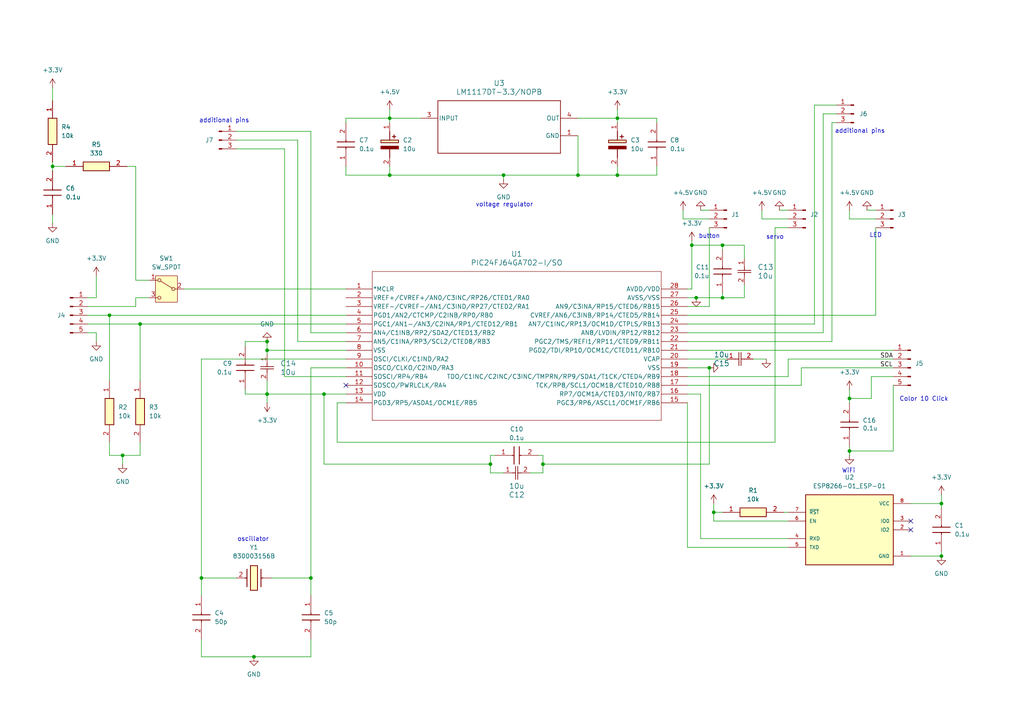
<source format=kicad_sch>
(kicad_sch (version 20231120) (generator "eeschema") (generator_version "8.0")
  (paper "A4")
  (lib_symbols
    (symbol "0.1uF:KAM21BR71H104JT" (pin_names hide)
      (property "Reference" "C" (at 8.89 6.35 0))
      (property "Value" "KAM21BR71H104JT" (at 8.89 3.81 0))
      (symbol "KAM21BR71H104JT_1_1"
        (pin passive line (at 0 0 0) (length 5.08) (name "1") (number "1"))
        (pin passive line (at 12.7 0 180) (length 5.08) (name "2") (number "2"))
      )
    )
    (symbol "10kohm:ERJ-S06F1002V" (pin_names hide)
      (property "Reference" "R" (at 13.97 6.35 0))
      (property "Value" "ERJ-S06F1002V" (at 13.97 3.81 0))
      (symbol "ERJ-S06F1002V_1_1"
        (pin passive line (at 0 0 0) (length 5.08) (name "1") (number "1"))
        (pin passive line (at 17.78 0 180) (length 5.08) (name "2") (number "2"))
      )
    )
    (symbol "10uF:C2012X5R1C106K085AC" (pin_names (offset 0.254))
      (property "Reference" "C" (at 3.81 3.81 0))
      (property "Value" "C2012X5R1C106K085AC" (at 3.81 -3.81 0))
      (symbol "C2012X5R1C106K085AC_1_1"
        (pin unspecified line (at 0 0 0) (length 2.54) (name "") (number "1"))
        (pin unspecified line (at 7.62 0 180) (length 2.54) (name "") (number "2"))
      )
      (symbol "C2012X5R1C106K085AC_1_2"
        (pin unspecified line (at 0 0 270) (length 2.54) (name "") (number "1"))
        (pin unspecified line (at 0 -7.62 90) (length 2.54) (name "") (number "2"))
      )
    )
    (symbol "10uFtantalum:293D106X9010C2TE3" (pin_names hide)
      (property "Reference" "C" (at 8.89 6.35 0))
      (property "Value" "293D106X9010C2TE3" (at 8.89 3.81 0))
      (symbol "293D106X9010C2TE3_1_1"
        (pin passive line (at 0 0 0) (length 2.54) (name "+") (number "1"))
        (pin passive line (at 12.7 0 180) (length 2.54) (name "-") (number "2"))
      )
    )
    (symbol "330ohm:ERJ-P06D3300V" (pin_names hide)
      (property "Reference" "R" (at 13.97 6.35 0))
      (property "Value" "ERJ-P06D3300V" (at 13.97 3.81 0))
      (symbol "ERJ-P06D3300V_1_1"
        (pin passive line (at 0 0 0) (length 5.08) (name "1") (number "1"))
        (pin passive line (at 17.78 0 180) (length 5.08) (name "2") (number "2"))
      )
    )
    (symbol "50pF:08055A500FAT2A" (pin_names hide)
      (property "Reference" "C" (at 8.89 6.35 0))
      (property "Value" "08055A500FAT2A" (at 8.89 3.81 0))
      (symbol "08055A500FAT2A_1_1"
        (pin passive line (at 0 0 0) (length 5.08) (name "1") (number "1"))
        (pin passive line (at 12.7 0 180) (length 5.08) (name "2") (number "2"))
      )
    )
    (symbol "Connector:Conn_01x03_Pin" (pin_names (offset 1.016) hide)
      (property "Reference" "J" (at 0 5.08 0))
      (property "Value" "Conn_01x03_Pin" (at 0 -5.08 0))
      (symbol "Conn_01x03_Pin_1_1"
        (pin passive line (at 5.08 2.54 180) (length 3.81) (name "Pin_1") (number "1"))
        (pin passive line (at 5.08 0 180) (length 3.81) (name "Pin_2") (number "2"))
        (pin passive line (at 5.08 -2.54 180) (length 3.81) (name "Pin_3") (number "3"))
      )
    )
    (symbol "Connector:Conn_01x05_Pin" (pin_names (offset 1.016) hide)
      (property "Reference" "J" (at 0 7.62 0))
      (property "Value" "Conn_01x05_Pin" (at 0 -7.62 0))
      (symbol "Conn_01x05_Pin_1_1"
        (pin passive line (at 5.08 5.08 180) (length 3.81) (name "Pin_1") (number "1"))
        (pin passive line (at 5.08 2.54 180) (length 3.81) (name "Pin_2") (number "2"))
        (pin passive line (at 5.08 0 180) (length 3.81) (name "Pin_3") (number "3"))
        (pin passive line (at 5.08 -2.54 180) (length 3.81) (name "Pin_4") (number "4"))
        (pin passive line (at 5.08 -5.08 180) (length 3.81) (name "Pin_5") (number "5"))
      )
    )
    (symbol "ESP8266-01_ESP-01:ESP8266-01_ESP-01" (pin_names (offset 1.016))
      (property "Reference" "U" (at -12.7094 10.6778 0))
      (property "Value" "ESP8266-01_ESP-01" (at -12.7131 -12.7131 0))
      (symbol "ESP8266-01_ESP-01_0_0"
        (pin power_in line (at 17.78 -7.62 180) (length 5.08) (name "GND") (number "1"))
        (pin bidirectional line (at 17.78 0 180) (length 5.08) (name "IO2") (number "2"))
        (pin bidirectional line (at 17.78 2.54 180) (length 5.08) (name "IO0") (number "3"))
        (pin input line (at -17.78 -2.54 0) (length 5.08) (name "RXD") (number "4"))
        (pin output line (at -17.78 -5.08 0) (length 5.08) (name "TXD") (number "5"))
        (pin input line (at -17.78 2.54 0) (length 5.08) (name "EN") (number "6"))
        (pin input line (at -17.78 5.08 0) (length 5.08) (name "~{RST}") (number "7"))
        (pin power_in line (at 17.78 7.62 180) (length 5.08) (name "VCC") (number "8"))
      )
    )
    (symbol "PIC24FJ64GA702-I-SO:PIC24FJ64GA702-I_SO" (pin_names (offset 0.254))
      (property "Reference" "U" (at 162.814 9.652 0))
      (property "Value" "PIC24FJ64GA702-I/SO" (at 162.814 7.112 0))
      (symbol "PIC24FJ64GA702-I_SO_0_1"
        (pin unspecified line (at 114.3 0 0) (length 7.62) (name "*MCLR") (number "1"))
        (pin bidirectional line (at 114.3 -22.86 0) (length 7.62) (name "OSCO/CLKO/C2IND/RA3") (number "10"))
        (pin bidirectional line (at 114.3 -25.4 0) (length 7.62) (name "SOSCI/RP4/RB4") (number "11"))
        (pin bidirectional line (at 114.3 -27.94 0) (length 7.62) (name "SOSCO/PWRLCLK/RA4") (number "12"))
        (pin power_in line (at 114.3 -30.48 0) (length 7.62) (name "VDD") (number "13"))
        (pin bidirectional line (at 114.3 -33.02 0) (length 7.62) (name "PGD3/RP5/ASDA1/OCM1E/RB5") (number "14"))
        (pin bidirectional line (at 213.36 -33.02 180) (length 7.62) (name "PGC3/RP6/ASCL1/OCM1F/RB6") (number "15"))
        (pin bidirectional line (at 213.36 -30.48 180) (length 7.62) (name "RP7/OCM1A/CTED3/INT0/RB7") (number "16"))
        (pin bidirectional line (at 213.36 -27.94 180) (length 7.62) (name "TCK/RP8/SCL1/OCM1B/CTED10/RB8") (number "17"))
        (pin bidirectional line (at 213.36 -25.4 180) (length 7.62) (name "TDO/C1INC/C2INC/C3INC/TMPRN/RP9/SDA1/T1CK/CTED4/RB9") (number "18"))
        (pin power_out line (at 213.36 -22.86 180) (length 7.62) (name "VSS") (number "19"))
        (pin bidirectional line (at 114.3 -2.54 0) (length 7.62) (name "VREF+/CVREF+/AN0/C3INC/RP26/CTED1/RA0") (number "2"))
        (pin power_out line (at 213.36 -20.32 180) (length 7.62) (name "VCAP") (number "20"))
        (pin bidirectional line (at 213.36 -17.78 180) (length 7.62) (name "PGD2/TDI/RP10/OCM1C/CTED11/RB10") (number "21"))
        (pin bidirectional line (at 213.36 -15.24 180) (length 7.62) (name "PGC2/TMS/REFI1/RP11/CTED9/RB11") (number "22"))
        (pin bidirectional line (at 213.36 -12.7 180) (length 7.62) (name "AN8/LVDIN/RP12/RB12") (number "23"))
        (pin bidirectional line (at 213.36 -10.16 180) (length 7.62) (name "AN7/C1INC/RP13/OCM1D/CTPLS/RB13") (number "24"))
        (pin bidirectional line (at 213.36 -7.62 180) (length 7.62) (name "CVREF/AN6/C3INB/RP14/CTED5/RB14") (number "25"))
        (pin bidirectional line (at 213.36 -5.08 180) (length 7.62) (name "AN9/C3INA/RP15/CTED6/RB15") (number "26"))
        (pin power_out line (at 213.36 -2.54 180) (length 7.62) (name "AVSS/VSS") (number "27"))
        (pin power_in line (at 213.36 0 180) (length 7.62) (name "AVDD/VDD") (number "28"))
        (pin bidirectional line (at 114.3 -5.08 0) (length 7.62) (name "VREF-/CVREF-/AN1/C3IND/RP27/CTED2/RA1") (number "3"))
        (pin bidirectional line (at 114.3 -7.62 0) (length 7.62) (name "PGD1/AN2/CTCMP/C2INB/RP0/RB0") (number "4"))
        (pin bidirectional line (at 114.3 -10.16 0) (length 7.62) (name "PGC1/AN1-/AN3/C2INA/RP1/CTED12/RB1") (number "5"))
        (pin bidirectional line (at 114.3 -12.7 0) (length 7.62) (name "AN4/C1INB/RP2/SDA2/CTED13/RB2") (number "6"))
        (pin bidirectional line (at 114.3 -15.24 0) (length 7.62) (name "AN5/C1INA/RP3/SCL2/CTED8/RB3") (number "7"))
        (pin power_out line (at 114.3 -17.78 0) (length 7.62) (name "VSS") (number "8"))
        (pin bidirectional line (at 114.3 -20.32 0) (length 7.62) (name "OSCI/CLKI/C1IND/RA2") (number "9"))
      )
    )
    (symbol "Switch:SW_SPDT" (pin_names (offset 0) hide)
      (property "Reference" "SW" (at 0 5.08 0))
      (property "Value" "SW_SPDT" (at 0 -5.08 0))
      (symbol "SW_SPDT_1_1"
        (pin passive line (at 5.08 2.54 180) (length 2.54) (name "A") (number "1"))
        (pin passive line (at -5.08 0 0) (length 2.54) (name "B") (number "2"))
        (pin passive line (at 5.08 -2.54 180) (length 2.54) (name "C") (number "3"))
      )
    )
    (symbol "crystaloscillator:830003156B" (pin_names hide)
      (property "Reference" "Y" (at 8.89 6.35 0))
      (property "Value" "830003156B" (at 8.89 3.81 0))
      (symbol "830003156B_1_1"
        (pin passive line (at 10.16 0 180) (length 2.54) (name "") (number ""))
        (pin passive line (at 0 0 0) (length 2.54) (name "CRYSTAL_2") (number "2"))
      )
    )
    (symbol "power:GND" (power) (pin_numbers hide) (pin_names (offset 0) hide)
      (property "Value" "GND" (at 0 -3.81 0))
      (symbol "GND_1_1"
        (pin power_in line (at 0 0 270) (length 0) (name "~") (number "1"))
      )
    )
    (symbol "power:VDD" (power) (pin_numbers hide) (pin_names (offset 0) hide)
      (property "Value" "VDD" (at 0 3.556 0))
      (symbol "VDD_1_1"
        (pin power_in line (at 0 0 90) (length 0) (name "~") (number "1"))
      )
    )
    (symbol "voltageregulator:LM1117DT-3.3_NOPB" (pin_names (offset 0.254))
      (property "Reference" "U" (at 0 2.54 0))
      (property "Value" "LM1117DT-3.3/NOPB" (at 0 0 0))
      (symbol "LM1117DT-3.3_NOPB_0_1"
        (pin power_in line (at 22.86 -2.54 180) (length 5.08) (name "GND") (number "1"))
        (pin power_in line (at -22.86 2.54 0) (length 5.08) (name "INPUT") (number "3"))
        (pin power_in line (at 22.86 2.54 180) (length 5.08) (name "OUT") (number "4"))
      )
    )
  )
  (junction (at 58.42 167.64))
  (junction (at 209.55 86.36))
  (junction (at 77.47 99.06))
  (junction (at 179.07 34.29))
  (junction (at 200.66 71.12))
  (junction (at 207.01 148.59))
  (junction (at 31.75 91.44))
  (junction (at 15.24 48.26))
  (junction (at 157.48 134.62))
  (junction (at 167.64 50.8))
  (junction (at 201.93 86.36))
  (junction (at 93.98 114.3))
  (junction (at 113.03 50.8))
  (junction (at 77.47 101.6))
  (junction (at 273.05 161.29))
  (junction (at 246.38 130.81))
  (junction (at 146.05 50.8))
  (junction (at 273.05 146.05))
  (junction (at 90.17 167.64))
  (junction (at 40.64 93.98))
  (junction (at 205.74 106.68))
  (junction (at 77.47 114.3))
  (junction (at 179.07 50.8))
  (junction (at 35.56 132.08))
  (junction (at 209.55 71.12))
  (junction (at 246.38 115.57))
  (junction (at 113.03 34.29))
  (junction (at 73.66 190.5))
  (junction (at 142.24 134.62))
  (no_connect (at 100.33 111.76))
  (no_connect (at 264.16 151.13))
  (no_connect (at 264.16 153.67))
  (wire (pts (xy 199.39 99.06) (xy 241.3 99.06)))
  (wire (pts (xy 232.41 111.76) (xy 232.41 106.68)))
  (wire (pts (xy 39.37 48.26) (xy 39.37 81.28)))
  (wire (pts (xy 25.4 96.52) (xy 27.94 96.52)))
  (wire (pts (xy 113.03 35.56) (xy 113.03 34.29)))
  (wire (pts (xy 167.64 39.37) (xy 167.64 50.8)))
  (wire (pts (xy 100.33 96.52) (xy 90.17 96.52)))
  (wire (pts (xy 157.48 134.62) (xy 157.48 132.08)))
  (wire (pts (xy 215.9 71.12) (xy 215.9 74.93)))
  (wire (pts (xy 251.46 60.96) (xy 254 60.96)))
  (wire (pts (xy 100.33 104.14) (xy 58.42 104.14)))
  (wire (pts (xy 77.47 116.84) (xy 77.47 114.3)))
  (wire (pts (xy 58.42 167.64) (xy 58.42 172.72)))
  (wire (pts (xy 259.08 130.81) (xy 246.38 130.81)))
  (wire (pts (xy 100.33 50.8) (xy 113.03 50.8)))
  (wire (pts (xy 205.74 88.9) (xy 205.74 66.04)))
  (wire (pts (xy 246.38 63.5) (xy 254 63.5)))
  (wire (pts (xy 71.12 99.06) (xy 77.47 99.06)))
  (wire (pts (xy 19.05 48.26) (xy 15.24 48.26)))
  (wire (pts (xy 209.55 86.36) (xy 201.93 86.36)))
  (wire (pts (xy 100.33 48.26) (xy 100.33 50.8)))
  (wire (pts (xy 199.39 158.75) (xy 228.6 158.75)))
  (wire (pts (xy 259.08 109.22) (xy 252.73 109.22)))
  (wire (pts (xy 228.6 109.22) (xy 228.6 104.14)))
  (wire (pts (xy 246.38 60.96) (xy 246.38 63.5)))
  (wire (pts (xy 142.24 134.62) (xy 142.24 137.16)))
  (wire (pts (xy 53.34 83.82) (xy 100.33 83.82)))
  (wire (pts (xy 252.73 109.22) (xy 252.73 115.57)))
  (wire (pts (xy 207.01 148.59) (xy 209.55 148.59)))
  (wire (pts (xy 25.4 93.98) (xy 40.64 93.98)))
  (wire (pts (xy 209.55 71.12) (xy 215.9 71.12)))
  (wire (pts (xy 198.12 63.5) (xy 205.74 63.5)))
  (wire (pts (xy 167.64 34.29) (xy 179.07 34.29)))
  (wire (pts (xy 199.39 111.76) (xy 232.41 111.76)))
  (wire (pts (xy 200.66 69.85) (xy 200.66 71.12)))
  (wire (pts (xy 93.98 114.3) (xy 77.47 114.3)))
  (wire (pts (xy 90.17 96.52) (xy 90.17 38.1)))
  (wire (pts (xy 100.33 114.3) (xy 93.98 114.3)))
  (wire (pts (xy 143.51 132.08) (xy 142.24 132.08)))
  (wire (pts (xy 90.17 106.68) (xy 90.17 167.64)))
  (wire (pts (xy 100.33 35.56) (xy 100.33 34.29)))
  (wire (pts (xy 203.2 60.96) (xy 205.74 60.96)))
  (wire (pts (xy 209.55 85.09) (xy 209.55 86.36)))
  (wire (pts (xy 199.39 106.68) (xy 205.74 106.68)))
  (wire (pts (xy 224.79 128.27) (xy 224.79 66.04)))
  (wire (pts (xy 71.12 113.03) (xy 71.12 114.3)))
  (wire (pts (xy 90.17 167.64) (xy 90.17 172.72)))
  (wire (pts (xy 77.47 101.6) (xy 77.47 102.87)))
  (wire (pts (xy 259.08 111.76) (xy 259.08 130.81)))
  (wire (pts (xy 209.55 71.12) (xy 209.55 72.39)))
  (wire (pts (xy 142.24 137.16) (xy 146.05 137.16)))
  (wire (pts (xy 15.24 46.99) (xy 15.24 48.26)))
  (wire (pts (xy 97.79 116.84) (xy 97.79 128.27)))
  (wire (pts (xy 58.42 104.14) (xy 58.42 167.64)))
  (wire (pts (xy 199.39 101.6) (xy 259.08 101.6)))
  (wire (pts (xy 220.98 63.5) (xy 228.6 63.5)))
  (wire (pts (xy 157.48 137.16) (xy 157.48 134.62)))
  (wire (pts (xy 246.38 129.54) (xy 246.38 130.81)))
  (wire (pts (xy 200.66 71.12) (xy 200.66 83.82)))
  (wire (pts (xy 220.98 60.96) (xy 220.98 63.5)))
  (wire (pts (xy 27.94 96.52) (xy 27.94 99.06)))
  (wire (pts (xy 199.39 88.9) (xy 205.74 88.9)))
  (wire (pts (xy 209.55 86.36) (xy 215.9 86.36)))
  (wire (pts (xy 39.37 86.36) (xy 43.18 86.36)))
  (wire (pts (xy 264.16 161.29) (xy 273.05 161.29)))
  (wire (pts (xy 200.66 71.12) (xy 209.55 71.12)))
  (wire (pts (xy 71.12 100.33) (xy 71.12 99.06)))
  (wire (pts (xy 198.12 60.96) (xy 198.12 63.5)))
  (wire (pts (xy 36.83 48.26) (xy 39.37 48.26)))
  (wire (pts (xy 146.05 50.8) (xy 146.05 52.07)))
  (wire (pts (xy 113.03 50.8) (xy 146.05 50.8)))
  (wire (pts (xy 40.64 93.98) (xy 100.33 93.98)))
  (wire (pts (xy 226.06 60.96) (xy 228.6 60.96)))
  (wire (pts (xy 215.9 86.36) (xy 215.9 82.55)))
  (wire (pts (xy 58.42 185.42) (xy 58.42 190.5)))
  (wire (pts (xy 25.4 86.36) (xy 27.94 86.36)))
  (wire (pts (xy 199.39 93.98) (xy 236.22 93.98)))
  (wire (pts (xy 246.38 130.81) (xy 246.38 132.08)))
  (wire (pts (xy 82.55 109.22) (xy 82.55 43.18)))
  (wire (pts (xy 77.47 110.49) (xy 77.47 114.3)))
  (wire (pts (xy 40.64 132.08) (xy 40.64 128.27)))
  (wire (pts (xy 179.07 34.29) (xy 190.5 34.29)))
  (wire (pts (xy 82.55 43.18) (xy 68.58 43.18)))
  (wire (pts (xy 35.56 132.08) (xy 40.64 132.08)))
  (wire (pts (xy 25.4 91.44) (xy 31.75 91.44)))
  (wire (pts (xy 207.01 146.05) (xy 207.01 148.59)))
  (wire (pts (xy 90.17 106.68) (xy 100.33 106.68)))
  (wire (pts (xy 273.05 161.29) (xy 273.05 160.02)))
  (wire (pts (xy 86.36 40.64) (xy 68.58 40.64)))
  (wire (pts (xy 227.33 148.59) (xy 228.6 148.59)))
  (wire (pts (xy 167.64 50.8) (xy 179.07 50.8)))
  (wire (pts (xy 199.39 109.22) (xy 228.6 109.22)))
  (wire (pts (xy 90.17 190.5) (xy 90.17 185.42)))
  (wire (pts (xy 179.07 34.29) (xy 179.07 35.56)))
  (wire (pts (xy 40.64 93.98) (xy 40.64 110.49)))
  (wire (pts (xy 15.24 25.4) (xy 15.24 29.21)))
  (wire (pts (xy 241.3 99.06) (xy 241.3 35.56)))
  (wire (pts (xy 100.33 34.29) (xy 113.03 34.29)))
  (wire (pts (xy 113.03 34.29) (xy 121.92 34.29)))
  (wire (pts (xy 252.73 115.57) (xy 246.38 115.57)))
  (wire (pts (xy 236.22 93.98) (xy 236.22 30.48)))
  (wire (pts (xy 113.03 48.26) (xy 113.03 50.8)))
  (wire (pts (xy 254 91.44) (xy 254 66.04)))
  (wire (pts (xy 35.56 132.08) (xy 35.56 134.62)))
  (wire (pts (xy 58.42 167.64) (xy 68.58 167.64)))
  (wire (pts (xy 238.76 33.02) (xy 242.57 33.02)))
  (wire (pts (xy 273.05 146.05) (xy 273.05 147.32)))
  (wire (pts (xy 31.75 132.08) (xy 35.56 132.08)))
  (wire (pts (xy 15.24 62.23) (xy 15.24 64.77)))
  (wire (pts (xy 86.36 99.06) (xy 86.36 40.64)))
  (wire (pts (xy 58.42 190.5) (xy 73.66 190.5)))
  (wire (pts (xy 179.07 50.8) (xy 179.07 48.26)))
  (wire (pts (xy 146.05 50.8) (xy 167.64 50.8)))
  (wire (pts (xy 232.41 106.68) (xy 259.08 106.68)))
  (wire (pts (xy 224.79 66.04) (xy 228.6 66.04)))
  (wire (pts (xy 25.4 88.9) (xy 39.37 88.9)))
  (wire (pts (xy 199.39 91.44) (xy 254 91.44)))
  (wire (pts (xy 73.66 190.5) (xy 90.17 190.5)))
  (wire (pts (xy 199.39 116.84) (xy 199.39 158.75)))
  (wire (pts (xy 190.5 48.26) (xy 190.5 50.8)))
  (wire (pts (xy 205.74 134.62) (xy 157.48 134.62)))
  (wire (pts (xy 241.3 35.56) (xy 242.57 35.56)))
  (wire (pts (xy 97.79 128.27) (xy 224.79 128.27)))
  (wire (pts (xy 31.75 91.44) (xy 31.75 110.49)))
  (wire (pts (xy 246.38 113.03) (xy 246.38 115.57)))
  (wire (pts (xy 39.37 81.28) (xy 43.18 81.28)))
  (wire (pts (xy 15.24 48.26) (xy 15.24 49.53)))
  (wire (pts (xy 77.47 114.3) (xy 71.12 114.3)))
  (wire (pts (xy 77.47 101.6) (xy 100.33 101.6)))
  (wire (pts (xy 27.94 80.01) (xy 27.94 86.36)))
  (wire (pts (xy 199.39 86.36) (xy 201.93 86.36)))
  (wire (pts (xy 179.07 31.75) (xy 179.07 34.29)))
  (wire (pts (xy 203.2 114.3) (xy 203.2 156.21)))
  (wire (pts (xy 93.98 134.62) (xy 142.24 134.62)))
  (wire (pts (xy 246.38 115.57) (xy 246.38 116.84)))
  (wire (pts (xy 190.5 35.56) (xy 190.5 34.29)))
  (wire (pts (xy 100.33 116.84) (xy 97.79 116.84)))
  (wire (pts (xy 113.03 31.75) (xy 113.03 34.29)))
  (wire (pts (xy 31.75 128.27) (xy 31.75 132.08)))
  (wire (pts (xy 203.2 156.21) (xy 228.6 156.21)))
  (wire (pts (xy 273.05 143.51) (xy 273.05 146.05)))
  (wire (pts (xy 236.22 30.48) (xy 242.57 30.48)))
  (wire (pts (xy 100.33 99.06) (xy 86.36 99.06)))
  (wire (pts (xy 218.44 104.14) (xy 222.25 104.14)))
  (wire (pts (xy 205.74 106.68) (xy 205.74 134.62)))
  (wire (pts (xy 100.33 109.22) (xy 82.55 109.22)))
  (wire (pts (xy 228.6 104.14) (xy 259.08 104.14)))
  (wire (pts (xy 78.74 167.64) (xy 90.17 167.64)))
  (wire (pts (xy 228.6 151.13) (xy 207.01 151.13)))
  (wire (pts (xy 77.47 99.06) (xy 77.47 101.6)))
  (wire (pts (xy 93.98 114.3) (xy 93.98 134.62)))
  (wire (pts (xy 200.66 83.82) (xy 199.39 83.82)))
  (wire (pts (xy 153.67 137.16) (xy 157.48 137.16)))
  (wire (pts (xy 264.16 146.05) (xy 273.05 146.05)))
  (wire (pts (xy 157.48 132.08) (xy 156.21 132.08)))
  (wire (pts (xy 199.39 114.3) (xy 203.2 114.3)))
  (wire (pts (xy 31.75 91.44) (xy 100.33 91.44)))
  (wire (pts (xy 238.76 96.52) (xy 238.76 33.02)))
  (wire (pts (xy 39.37 88.9) (xy 39.37 86.36)))
  (wire (pts (xy 199.39 96.52) (xy 238.76 96.52)))
  (wire (pts (xy 199.39 104.14) (xy 210.82 104.14)))
  (wire (pts (xy 90.17 38.1) (xy 68.58 38.1)))
  (wire (pts (xy 142.24 132.08) (xy 142.24 134.62)))
  (wire (pts (xy 207.01 151.13) (xy 207.01 148.59)))
  (wire (pts (xy 190.5 50.8) (xy 179.07 50.8)))
  (text "additional pins" (at 249.428 38.1 0) (effects (font (size 1.27 1.27))))
  (text "LED" (at 254 68.326 0) (effects (font (size 1.27 1.27))))
  (text "oscillator" (at 73.406 156.464 0) (effects (font (size 1.27 1.27))))
  (text "servo" (at 224.79 68.834 0) (effects (font (size 1.27 1.27))))
  (text "WiFi" (at 246.126 136.652 0) (effects (font (size 1.27 1.27))))
  (text "voltage regulator" (at 146.304 59.436 0) (effects (font (size 1.27 1.27))))
  (text "button" (at 205.74 68.58 0) (effects (font (size 1.27 1.27))))
  (text "additional pins" (at 65.024 35.052 0) (effects (font (size 1.27 1.27))))
  (text "Color 10 Click" (at 267.97 115.824 0) (effects (font (size 1.27 1.27))))
  (label "SDA" (at 255.27 104.14 0))
  (label "SCL" (at 255.27 106.68 0))
  (symbol (lib_id "0.1uF:KAM21BR71H104JT") (at 246.38 129.54 270) (mirror x) (unit 1)
    (property "Reference" "C16" (at 250.19 121.9199 90) (effects (justify left)))
    (property "Value" "0.1u" (at 250.19 124.206 90) (effects (justify left)))
    (property "Footprint" "CAPC2012X94N" (effects (hide yes)))
    (property "Datasheet" "https://spicat.kyocera-avx.com/product/mlcc/chartview/KAM21BR71H104JT/DataSheet/X7R" (effects (hide yes)))
    (property "Description" "Multilayer Ceramic Capacitors MLCC - SMD/SMT 50V .1uF X7R 0805 5% AEC-Q200" (effects (hide yes)))
    (property "Height" "0.94" (effects (hide yes)))
    (property "Manufacturer_Name" "Kyocera AVX" (effects (hide yes)))
    (property "Manufacturer_Part_Number" "KAM21BR71H104JT" (effects (hide yes)))
    (property "Mouser Part Number" "581-KAM21BR71H104JT" (effects (hide yes)))
    (property "Mouser Price/Stock" "https://www.mouser.co.uk/ProductDetail/KYOCERA-AVX/KAM21BR71H104JT?qs=Jm2GQyTW%2Fbic6Zk4McEt6w%3D%3D" (effects (hide yes)))
    (property "Arrow Part Number" "KAM21BR71H104JT" (effects (hide yes)))
    (property "Arrow Price/Stock" "https://www.arrow.com/en/products/kam21br71h104jt/avx?region=nac" (effects (hide yes)))
  )
  (symbol (lib_id "power:GND") (at 251.46 60.96 180) (unit 1)
    (property "Reference" "#PWR03" (effects (hide yes)))
    (property "Value" "GND" (at 251.46 55.88 0))
    (property "Description" "Power symbol creates a global label with name \"GND\" , ground" (effects (hide yes)))
  )
  (symbol (lib_id "power:VDD") (at 27.94 80.01 0) (unit 1)
    (property "Reference" "#PWR014" (effects (hide yes)))
    (property "Value" "+3.3V" (at 27.94 74.93 0))
    (property "Description" "Power symbol creates a global label with name \"VDD\"" (effects (hide yes)))
  )
  (symbol (lib_id "0.1uF:KAM21BR71H104JT") (at 273.05 160.02 270) (mirror x) (unit 1)
    (property "Reference" "C1" (at 276.86 152.3999 90) (effects (justify left)))
    (property "Value" "0.1u" (at 276.86 154.9399 90) (effects (justify left)))
    (property "Footprint" "CAPC2012X94N" (effects (hide yes)))
    (property "Datasheet" "https://spicat.kyocera-avx.com/product/mlcc/chartview/KAM21BR71H104JT/DataSheet/X7R" (effects (hide yes)))
    (property "Description" "Multilayer Ceramic Capacitors MLCC - SMD/SMT 50V .1uF X7R 0805 5% AEC-Q200" (effects (hide yes)))
    (property "Height" "0.94" (effects (hide yes)))
    (property "Manufacturer_Name" "Kyocera AVX" (effects (hide yes)))
    (property "Manufacturer_Part_Number" "KAM21BR71H104JT" (effects (hide yes)))
    (property "Mouser Part Number" "581-KAM21BR71H104JT" (effects (hide yes)))
    (property "Mouser Price/Stock" "https://www.mouser.co.uk/ProductDetail/KYOCERA-AVX/KAM21BR71H104JT?qs=Jm2GQyTW%2Fbic6Zk4McEt6w%3D%3D" (effects (hide yes)))
    (property "Arrow Part Number" "KAM21BR71H104JT" (effects (hide yes)))
    (property "Arrow Price/Stock" "https://www.arrow.com/en/products/kam21br71h104jt/avx?region=nac" (effects (hide yes)))
  )
  (symbol (lib_id "crystaloscillator:830003156B") (at 68.58 167.64 0) (unit 1)
    (property "Reference" "Y1" (at 73.66 158.75 0))
    (property "Value" "830003156B" (at 73.66 161.29 0))
    (property "Footprint" "830003156B" (effects (hide yes)))
    (property "Datasheet" "https://www.we-online.com/catalog/datasheet/830003156B.pdf" (effects (hide yes)))
    (property "Description" "Crystals WE-XTAL 8.0MHz 50ppm 11.05 x 4.7mm" (effects (hide yes)))
    (property "Height" "4.1" (effects (hide yes)))
    (property "Manufacturer_Name" "Wurth Elektronik" (effects (hide yes)))
    (property "Manufacturer_Part_Number" "830003156B" (effects (hide yes)))
    (property "Mouser Part Number" "710-830003156B" (effects (hide yes)))
    (property "Mouser Price/Stock" "https://www.mouser.co.uk/ProductDetail/Wurth-Elektronik/830003156B?qs=2WXlatMagcHnVMrUSWOG9g%3D%3D" (effects (hide yes)))
  )
  (symbol (lib_id "10kohm:ERJ-S06F1002V") (at 40.64 110.49 270) (unit 1)
    (property "Reference" "R3" (at 43.18 118.1099 90) (effects (justify left)))
    (property "Value" "10k" (at 43.18 120.6499 90) (effects (justify left)))
    (property "Footprint" "RESC2012X70N" (effects (hide yes)))
    (property "Datasheet" "https://industrial.panasonic.com/cdbs/www-data/pdf/RDP0000/AOA0000C334.pdf" (effects (hide yes)))
    (property "Description" "Anti-Sulfurated Thick Film Chip Resistor, 0805, 0.125W" (effects (hide yes)))
    (property "Height" "0.7" (effects (hide yes)))
    (property "Manufacturer_Name" "Panasonic" (effects (hide yes)))
    (property "Manufacturer_Part_Number" "ERJ-S06F1002V" (effects (hide yes)))
    (property "Mouser Part Number" "667-ERJ-S06F1002V" (effects (hide yes)))
    (property "Mouser Price/Stock" "https://www.mouser.co.uk/ProductDetail/Panasonic/ERJ-S06F1002V?qs=Zyl8A9hlmJrx42%2FYnJb0WQ%3D%3D" (effects (hide yes)))
  )
  (symbol (lib_id "power:GND") (at 77.47 99.06 0) (mirror x) (unit 1)
    (property "Reference" "#PWR018" (effects (hide yes)))
    (property "Value" "GND" (at 77.47 93.98 0))
    (property "Description" "Power symbol creates a global label with name \"GND\" , ground" (effects (hide yes)))
  )
  (symbol (lib_id "power:GND") (at 35.56 134.62 0) (unit 1)
    (property "Reference" "#PWR015" (effects (hide yes)))
    (property "Value" "GND" (at 35.56 139.7 0))
    (property "Description" "Power symbol creates a global label with name \"GND\" , ground" (effects (hide yes)))
  )
  (symbol (lib_id "10uF:C2012X5R1C106K085AC") (at 77.47 102.87 270) (unit 1)
    (property "Reference" "C14" (at 81.28 105.4099 90) (effects (font (size 1.524 1.524)) (justify left)))
    (property "Value" "10u" (at 81.28 107.9499 90) (effects (font (size 1.524 1.524)) (justify left)))
    (property "Footprint" "CAP_2012_TDK" (effects (hide yes)))
    (property "Datasheet" "C2012X5R1C106K085AC" (effects (hide yes)))
  )
  (symbol (lib_id "10kohm:ERJ-S06F1002V") (at 209.55 148.59 0) (unit 1)
    (property "Reference" "R1" (at 218.44 142.24 0))
    (property "Value" "10k" (at 218.44 144.78 0))
    (property "Footprint" "RESC2012X70N" (effects (hide yes)))
    (property "Datasheet" "https://industrial.panasonic.com/cdbs/www-data/pdf/RDP0000/AOA0000C334.pdf" (effects (hide yes)))
    (property "Description" "Anti-Sulfurated Thick Film Chip Resistor, 0805, 0.125W" (effects (hide yes)))
    (property "Height" "0.7" (effects (hide yes)))
    (property "Manufacturer_Name" "Panasonic" (effects (hide yes)))
    (property "Manufacturer_Part_Number" "ERJ-S06F1002V" (effects (hide yes)))
    (property "Mouser Part Number" "667-ERJ-S06F1002V" (effects (hide yes)))
    (property "Mouser Price/Stock" "https://www.mouser.co.uk/ProductDetail/Panasonic/ERJ-S06F1002V?qs=Zyl8A9hlmJrx42%2FYnJb0WQ%3D%3D" (effects (hide yes)))
  )
  (symbol (lib_id "50pF:08055A500FAT2A") (at 90.17 172.72 270) (unit 1)
    (property "Reference" "C5" (at 93.98 177.7999 90) (effects (justify left)))
    (property "Value" "50p" (at 93.98 180.3399 90) (effects (justify left)))
    (property "Footprint" "CAPC2012X140N" (effects (hide yes)))
    (property "Datasheet" "https://datasheets.kyocera-avx.com/C0GNP0-Dielectric.pdf" (effects (hide yes)))
    (property "Description" "50 pF +/-1% 50V Ceramic Capacitor C0G, NP0 0805 (2012 Metric)" (effects (hide yes)))
    (property "Height" "1.4" (effects (hide yes)))
    (property "Manufacturer_Name" "Kyocera AVX" (effects (hide yes)))
    (property "Manufacturer_Part_Number" "08055A500FAT2A" (effects (hide yes)))
    (property "Mouser Part Number" "581-08055A500FAT2A" (effects (hide yes)))
    (property "Mouser Price/Stock" "https://www.mouser.co.uk/ProductDetail/KYOCERA-AVX/08055A500FAT2A?qs=ykEKLGTiBczMLr9%2FFQxHGw%3D%3D" (effects (hide yes)))
    (property "Arrow Part Number" "08055A500FAT2A" (effects (hide yes)))
    (property "Arrow Price/Stock" "null?region=nac" (effects (hide yes)))
  )
  (symbol (lib_id "0.1uF:KAM21BR71H104JT") (at 190.5 48.26 270) (mirror x) (unit 1)
    (property "Reference" "C8" (at 194.31 40.6399 90) (effects (justify left)))
    (property "Value" "0.1u" (at 194.31 43.1799 90) (effects (justify left)))
    (property "Footprint" "CAPC2012X94N" (effects (hide yes)))
    (property "Datasheet" "https://spicat.kyocera-avx.com/product/mlcc/chartview/KAM21BR71H104JT/DataSheet/X7R" (effects (hide yes)))
    (property "Description" "Multilayer Ceramic Capacitors MLCC - SMD/SMT 50V .1uF X7R 0805 5% AEC-Q200" (effects (hide yes)))
    (property "Height" "0.94" (effects (hide yes)))
    (property "Manufacturer_Name" "Kyocera AVX" (effects (hide yes)))
    (property "Manufacturer_Part_Number" "KAM21BR71H104JT" (effects (hide yes)))
    (property "Mouser Part Number" "581-KAM21BR71H104JT" (effects (hide yes)))
    (property "Mouser Price/Stock" "https://www.mouser.co.uk/ProductDetail/KYOCERA-AVX/KAM21BR71H104JT?qs=Jm2GQyTW%2Fbic6Zk4McEt6w%3D%3D" (effects (hide yes)))
    (property "Arrow Part Number" "KAM21BR71H104JT" (effects (hide yes)))
    (property "Arrow Price/Stock" "https://www.arrow.com/en/products/kam21br71h104jt/avx?region=nac" (effects (hide yes)))
  )
  (symbol (lib_id "0.1uF:KAM21BR71H104JT") (at 100.33 48.26 270) (mirror x) (unit 1)
    (property "Reference" "C7" (at 104.14 40.6399 90) (effects (justify left)))
    (property "Value" "0.1u" (at 104.14 43.1799 90) (effects (justify left)))
    (property "Footprint" "CAPC2012X94N" (effects (hide yes)))
    (property "Datasheet" "https://spicat.kyocera-avx.com/product/mlcc/chartview/KAM21BR71H104JT/DataSheet/X7R" (effects (hide yes)))
    (property "Description" "Multilayer Ceramic Capacitors MLCC - SMD/SMT 50V .1uF X7R 0805 5% AEC-Q200" (effects (hide yes)))
    (property "Height" "0.94" (effects (hide yes)))
    (property "Manufacturer_Name" "Kyocera AVX" (effects (hide yes)))
    (property "Manufacturer_Part_Number" "KAM21BR71H104JT" (effects (hide yes)))
    (property "Mouser Part Number" "581-KAM21BR71H104JT" (effects (hide yes)))
    (property "Mouser Price/Stock" "https://www.mouser.co.uk/ProductDetail/KYOCERA-AVX/KAM21BR71H104JT?qs=Jm2GQyTW%2Fbic6Zk4McEt6w%3D%3D" (effects (hide yes)))
    (property "Arrow Part Number" "KAM21BR71H104JT" (effects (hide yes)))
    (property "Arrow Price/Stock" "https://www.arrow.com/en/products/kam21br71h104jt/avx?region=nac" (effects (hide yes)))
  )
  (symbol (lib_id "power:VDD") (at 246.38 60.96 0) (unit 1)
    (property "Reference" "#PWR07" (effects (hide yes)))
    (property "Value" "+4.5V" (at 246.38 55.88 0))
    (property "Description" "Power symbol creates a global label with name \"VDD\"" (effects (hide yes)))
  )
  (symbol (lib_id "10kohm:ERJ-S06F1002V") (at 31.75 110.49 270) (unit 1)
    (property "Reference" "R2" (at 34.29 118.1099 90) (effects (justify left)))
    (property "Value" "10k" (at 34.29 120.6499 90) (effects (justify left)))
    (property "Footprint" "RESC2012X70N" (effects (hide yes)))
    (property "Datasheet" "https://industrial.panasonic.com/cdbs/www-data/pdf/RDP0000/AOA0000C334.pdf" (effects (hide yes)))
    (property "Description" "Anti-Sulfurated Thick Film Chip Resistor, 0805, 0.125W" (effects (hide yes)))
    (property "Height" "0.7" (effects (hide yes)))
    (property "Manufacturer_Name" "Panasonic" (effects (hide yes)))
    (property "Manufacturer_Part_Number" "ERJ-S06F1002V" (effects (hide yes)))
    (property "Mouser Part Number" "667-ERJ-S06F1002V" (effects (hide yes)))
    (property "Mouser Price/Stock" "https://www.mouser.co.uk/ProductDetail/Panasonic/ERJ-S06F1002V?qs=Zyl8A9hlmJrx42%2FYnJb0WQ%3D%3D" (effects (hide yes)))
  )
  (symbol (lib_id "Connector:Conn_01x03_Pin") (at 233.68 63.5 0) (mirror y) (unit 1)
    (property "Reference" "J2" (at 234.95 62.2299 0) (effects (justify right)))
    (property "Value" "Conn_01x03_Pin" (effects (hide yes)))
    (property "Footprint" "Connector_PinHeader_2.54mm:PinHeader_1x03_P2.54mm_Vertical" (effects (hide yes)))
    (property "Description" "Generic connector, single row, 01x03, script generated" (effects (hide yes)))
  )
  (symbol (lib_id "0.1uF:KAM21BR71H104JT") (at 209.55 85.09 90) (unit 1)
    (property "Reference" "C11" (at 205.74 77.4699 90) (effects (justify left)))
    (property "Value" "0.1u" (at 205.74 80.0099 90) (effects (justify left)))
    (property "Footprint" "CAPC2012X94N" (effects (hide yes)))
    (property "Datasheet" "https://spicat.kyocera-avx.com/product/mlcc/chartview/KAM21BR71H104JT/DataSheet/X7R" (effects (hide yes)))
    (property "Description" "Multilayer Ceramic Capacitors MLCC - SMD/SMT 50V .1uF X7R 0805 5% AEC-Q200" (effects (hide yes)))
    (property "Height" "0.94" (effects (hide yes)))
    (property "Manufacturer_Name" "Kyocera AVX" (effects (hide yes)))
    (property "Manufacturer_Part_Number" "KAM21BR71H104JT" (effects (hide yes)))
    (property "Mouser Part Number" "581-KAM21BR71H104JT" (effects (hide yes)))
    (property "Mouser Price/Stock" "https://www.mouser.co.uk/ProductDetail/KYOCERA-AVX/KAM21BR71H104JT?qs=Jm2GQyTW%2Fbic6Zk4McEt6w%3D%3D" (effects (hide yes)))
    (property "Arrow Part Number" "KAM21BR71H104JT" (effects (hide yes)))
    (property "Arrow Price/Stock" "https://www.arrow.com/en/products/kam21br71h104jt/avx?region=nac" (effects (hide yes)))
  )
  (symbol (lib_id "0.1uF:KAM21BR71H104JT") (at 15.24 62.23 270) (mirror x) (unit 1)
    (property "Reference" "C6" (at 19.05 54.6099 90) (effects (justify left)))
    (property "Value" "0.1u" (at 19.05 57.1499 90) (effects (justify left)))
    (property "Footprint" "CAPC2012X94N" (effects (hide yes)))
    (property "Datasheet" "https://spicat.kyocera-avx.com/product/mlcc/chartview/KAM21BR71H104JT/DataSheet/X7R" (effects (hide yes)))
    (property "Description" "Multilayer Ceramic Capacitors MLCC - SMD/SMT 50V .1uF X7R 0805 5% AEC-Q200" (effects (hide yes)))
    (property "Height" "0.94" (effects (hide yes)))
    (property "Manufacturer_Name" "Kyocera AVX" (effects (hide yes)))
    (property "Manufacturer_Part_Number" "KAM21BR71H104JT" (effects (hide yes)))
    (property "Mouser Part Number" "581-KAM21BR71H104JT" (effects (hide yes)))
    (property "Mouser Price/Stock" "https://www.mouser.co.uk/ProductDetail/KYOCERA-AVX/KAM21BR71H104JT?qs=Jm2GQyTW%2Fbic6Zk4McEt6w%3D%3D" (effects (hide yes)))
    (property "Arrow Part Number" "KAM21BR71H104JT" (effects (hide yes)))
    (property "Arrow Price/Stock" "https://www.arrow.com/en/products/kam21br71h104jt/avx?region=nac" (effects (hide yes)))
  )
  (symbol (lib_id "Connector:Conn_01x03_Pin") (at 63.5 40.64 0) (unit 1)
    (property "Reference" "J7" (at 60.706 40.64 0))
    (property "Value" "Conn_01x03_Pin" (effects (hide yes)))
    (property "Footprint" "Connector_PinHeader_2.54mm:PinHeader_1x03_P2.54mm_Vertical" (effects (hide yes)))
    (property "Description" "Generic connector, single row, 01x03, script generated" (effects (hide yes)))
  )
  (symbol (lib_id "Connector:Conn_01x03_Pin") (at 259.08 63.5 0) (mirror y) (unit 1)
    (property "Reference" "J3" (at 260.35 62.2299 0) (effects (justify right)))
    (property "Value" "Conn_01x03_Pin" (effects (hide yes)))
    (property "Footprint" "Connector_PinHeader_2.54mm:PinHeader_1x03_P2.54mm_Vertical" (effects (hide yes)))
    (property "Description" "Generic connector, single row, 01x03, script generated" (effects (hide yes)))
  )
  (symbol (lib_id "voltageregulator:LM1117DT-3.3_NOPB") (at 144.78 36.83 0) (unit 1)
    (property "Reference" "U3" (at 144.78 24.13 0) (effects (font (size 1.524 1.524))))
    (property "Value" "LM1117DT-3.3/NOPB" (at 144.78 26.67 0) (effects (font (size 1.524 1.524))))
    (property "Footprint" "NDP0003B" (effects (hide yes)))
    (property "Datasheet" "LM1117DT-3.3/NOPB" (effects (hide yes)))
  )
  (symbol (lib_id "Connector:Conn_01x03_Pin") (at 210.82 63.5 0) (mirror y) (unit 1)
    (property "Reference" "J1" (at 212.09 62.2299 0) (effects (justify right)))
    (property "Value" "Conn_01x03_Pin" (effects (hide yes)))
    (property "Footprint" "Connector_PinHeader_2.54mm:PinHeader_1x03_P2.54mm_Vertical" (effects (hide yes)))
    (property "Description" "Generic connector, single row, 01x03, script generated" (effects (hide yes)))
  )
  (symbol (lib_id "power:GND") (at 226.06 60.96 0) (mirror x) (unit 1)
    (property "Reference" "#PWR02" (effects (hide yes)))
    (property "Value" "GND" (at 226.06 55.88 0))
    (property "Description" "Power symbol creates a global label with name \"GND\" , ground" (effects (hide yes)))
  )
  (symbol (lib_id "power:VDD") (at 77.47 116.84 0) (mirror x) (unit 1)
    (property "Reference" "#PWR021" (effects (hide yes)))
    (property "Value" "+3.3V" (at 77.47 121.92 0))
    (property "Description" "Power symbol creates a global label with name \"VDD\"" (effects (hide yes)))
  )
  (symbol (lib_id "power:GND") (at 146.05 52.07 0) (unit 1)
    (property "Reference" "#PWR09" (effects (hide yes)))
    (property "Value" "GND" (at 146.05 57.15 0))
    (property "Description" "Power symbol creates a global label with name \"GND\" , ground" (effects (hide yes)))
  )
  (symbol (lib_id "10uFtantalum:293D106X9010C2TE3") (at 113.03 35.56 270) (unit 1)
    (property "Reference" "C2" (at 116.84 40.6399 90) (effects (justify left)))
    (property "Value" "10u" (at 116.84 43.1799 90) (effects (justify left)))
    (property "Footprint" "CAPPM6032X280N" (effects (hide yes)))
    (property "Datasheet" "http://www.vishay.com/docs/40002/293d.pdf" (effects (hide yes)))
    (property "Description" "Solid Tantalum Surface Mount Chip Capacitors TANTAMOUNT(TM), Molded Case, Standard Industrial Grade" (effects (hide yes)))
    (property "Height" "2.8" (effects (hide yes)))
    (property "Manufacturer_Name" "Vishay" (effects (hide yes)))
    (property "Manufacturer_Part_Number" "293D106X9010C2TE3" (effects (hide yes)))
    (property "Mouser Part Number" "74-293D106X9010C2TE3" (effects (hide yes)))
    (property "Mouser Price/Stock" "https://www.mouser.co.uk/ProductDetail/Vishay-Sprague/293D106X9010C2TE3?qs=Fp01vWGAG3pfp%2FN4ElsWcw%3D%3D" (effects (hide yes)))
    (property "Arrow Part Number" "293D106X9010C2TE3" (effects (hide yes)))
    (property "Arrow Price/Stock" "https://www.arrow.com/en/products/293d106x9010c2te3/vishay" (effects (hide yes)))
  )
  (symbol (lib_id "power:VDD") (at 200.66 69.85 0) (unit 1)
    (property "Reference" "#PWR020" (effects (hide yes)))
    (property "Value" "+3.3V" (at 200.66 64.77 0))
    (property "Description" "Power symbol creates a global label with name \"VDD\"" (effects (hide yes)))
  )
  (symbol (lib_id "PIC24FJ64GA702-I-SO:PIC24FJ64GA702-I_SO") (at -13.97 83.82 0) (unit 1)
    (property "Reference" "U1" (at 149.86 73.66 0) (effects (font (size 1.524 1.524))))
    (property "Value" "PIC24FJ64GA702-I/SO" (at 149.86 76.2 0) (effects (font (size 1.524 1.524))))
    (property "Footprint" "PIC24FJ64GA702-I-SO:SOIC28__SO28_MCH" (effects (hide yes)))
    (property "Datasheet" "PIC24FJ64GA702-I/SO" (effects (hide yes)))
  )
  (symbol (lib_id "power:GND") (at 201.93 86.36 0) (unit 1)
    (property "Reference" "#PWR019" (effects (hide yes)))
    (property "Value" "GND" (effects (hide yes)))
    (property "Description" "Power symbol creates a global label with name \"GND\" , ground" (effects (hide yes)))
  )
  (symbol (lib_id "power:VDD") (at 15.24 25.4 0) (unit 1)
    (property "Reference" "#PWR017" (effects (hide yes)))
    (property "Value" "+3.3V" (at 15.24 20.32 0))
    (property "Description" "Power symbol creates a global label with name \"VDD\"" (effects (hide yes)))
  )
  (symbol (lib_id "0.1uF:KAM21BR71H104JT") (at 143.51 132.08 0) (mirror x) (unit 1)
    (property "Reference" "C10" (at 149.86 124.46 0))
    (property "Value" "0.1u" (at 149.86 127 0))
    (property "Footprint" "CAPC2012X94N" (effects (hide yes)))
    (property "Datasheet" "https://spicat.kyocera-avx.com/product/mlcc/chartview/KAM21BR71H104JT/DataSheet/X7R" (effects (hide yes)))
    (property "Description" "Multilayer Ceramic Capacitors MLCC - SMD/SMT 50V .1uF X7R 0805 5% AEC-Q200" (effects (hide yes)))
    (property "Height" "0.94" (effects (hide yes)))
    (property "Manufacturer_Name" "Kyocera AVX" (effects (hide yes)))
    (property "Manufacturer_Part_Number" "KAM21BR71H104JT" (effects (hide yes)))
    (property "Mouser Part Number" "581-KAM21BR71H104JT" (effects (hide yes)))
    (property "Mouser Price/Stock" "https://www.mouser.co.uk/ProductDetail/KYOCERA-AVX/KAM21BR71H104JT?qs=Jm2GQyTW%2Fbic6Zk4McEt6w%3D%3D" (effects (hide yes)))
    (property "Arrow Part Number" "KAM21BR71H104JT" (effects (hide yes)))
    (property "Arrow Price/Stock" "https://www.arrow.com/en/products/kam21br71h104jt/avx?region=nac" (effects (hide yes)))
  )
  (symbol (lib_id "0.1uF:KAM21BR71H104JT") (at 71.12 113.03 90) (unit 1)
    (property "Reference" "C9" (at 67.31 105.4099 90) (effects (justify left)))
    (property "Value" "0.1u" (at 67.31 107.9499 90) (effects (justify left)))
    (property "Footprint" "CAPC2012X94N" (effects (hide yes)))
    (property "Datasheet" "https://spicat.kyocera-avx.com/product/mlcc/chartview/KAM21BR71H104JT/DataSheet/X7R" (effects (hide yes)))
    (property "Description" "Multilayer Ceramic Capacitors MLCC - SMD/SMT 50V .1uF X7R 0805 5% AEC-Q200" (effects (hide yes)))
    (property "Height" "0.94" (effects (hide yes)))
    (property "Manufacturer_Name" "Kyocera AVX" (effects (hide yes)))
    (property "Manufacturer_Part_Number" "KAM21BR71H104JT" (effects (hide yes)))
    (property "Mouser Part Number" "581-KAM21BR71H104JT" (effects (hide yes)))
    (property "Mouser Price/Stock" "https://www.mouser.co.uk/ProductDetail/KYOCERA-AVX/KAM21BR71H104JT?qs=Jm2GQyTW%2Fbic6Zk4McEt6w%3D%3D" (effects (hide yes)))
    (property "Arrow Part Number" "KAM21BR71H104JT" (effects (hide yes)))
    (property "Arrow Price/Stock" "https://www.arrow.com/en/products/kam21br71h104jt/avx?region=nac" (effects (hide yes)))
  )
  (symbol (lib_id "Connector:Conn_01x03_Pin") (at 247.65 33.02 0) (mirror y) (unit 1)
    (property "Reference" "J6" (at 250.444 33.02 0))
    (property "Value" "Conn_01x03_Pin" (effects (hide yes)))
    (property "Footprint" "Connector_PinHeader_2.54mm:PinHeader_1x03_P2.54mm_Vertical" (effects (hide yes)))
    (property "Description" "Generic connector, single row, 01x03, script generated" (effects (hide yes)))
  )
  (symbol (lib_id "power:GND") (at 27.94 99.06 0) (unit 1)
    (property "Reference" "#PWR013" (effects (hide yes)))
    (property "Value" "GND" (at 27.94 104.14 0))
    (property "Description" "Power symbol creates a global label with name \"GND\" , ground" (effects (hide yes)))
  )
  (symbol (lib_id "Connector:Conn_01x05_Pin") (at 264.16 106.68 0) (mirror y) (unit 1)
    (property "Reference" "J5" (at 265.43 105.4099 0) (effects (justify right)))
    (property "Value" "Conn_01x05_Pin" (effects (hide yes)))
    (property "Footprint" "Connector_PinHeader_2.54mm:PinHeader_1x05_P2.54mm_Vertical" (effects (hide yes)))
    (property "Description" "Generic connector, single row, 01x05, script generated" (effects (hide yes)))
  )
  (symbol (lib_id "power:GND") (at 203.2 60.96 0) (mirror x) (unit 1)
    (property "Reference" "#PWR01" (effects (hide yes)))
    (property "Value" "GND" (at 203.2 55.88 0))
    (property "Description" "Power symbol creates a global label with name \"GND\" , ground" (effects (hide yes)))
  )
  (symbol (lib_id "10kohm:ERJ-S06F1002V") (at 15.24 29.21 270) (unit 1)
    (property "Reference" "R4" (at 17.78 36.8299 90) (effects (justify left)))
    (property "Value" "10k" (at 17.78 39.3699 90) (effects (justify left)))
    (property "Footprint" "RESC2012X70N" (effects (hide yes)))
    (property "Datasheet" "https://industrial.panasonic.com/cdbs/www-data/pdf/RDP0000/AOA0000C334.pdf" (effects (hide yes)))
    (property "Description" "Anti-Sulfurated Thick Film Chip Resistor, 0805, 0.125W" (effects (hide yes)))
    (property "Height" "0.7" (effects (hide yes)))
    (property "Manufacturer_Name" "Panasonic" (effects (hide yes)))
    (property "Manufacturer_Part_Number" "ERJ-S06F1002V" (effects (hide yes)))
    (property "Mouser Part Number" "667-ERJ-S06F1002V" (effects (hide yes)))
    (property "Mouser Price/Stock" "https://www.mouser.co.uk/ProductDetail/Panasonic/ERJ-S06F1002V?qs=Zyl8A9hlmJrx42%2FYnJb0WQ%3D%3D" (effects (hide yes)))
  )
  (symbol (lib_id "power:VDD") (at 207.01 146.05 0) (unit 1)
    (property "Reference" "#PWR08" (effects (hide yes)))
    (property "Value" "+3.3V" (at 207.01 140.97 0))
    (property "Description" "Power symbol creates a global label with name \"VDD\"" (effects (hide yes)))
  )
  (symbol (lib_id "Switch:SW_SPDT") (at 48.26 83.82 0) (mirror y) (unit 1)
    (property "Reference" "SW1" (at 48.26 74.93 0))
    (property "Value" "SW_SPDT" (at 48.26 77.47 0))
    (property "Description" "Switch, single pole double throw" (effects (hide yes)))
  )
  (symbol (lib_id "50pF:08055A500FAT2A") (at 58.42 172.72 270) (unit 1)
    (property "Reference" "C4" (at 62.23 177.7999 90) (effects (justify left)))
    (property "Value" "50p" (at 62.23 180.3399 90) (effects (justify left)))
    (property "Footprint" "CAPC2012X140N" (effects (hide yes)))
    (property "Datasheet" "https://datasheets.kyocera-avx.com/C0GNP0-Dielectric.pdf" (effects (hide yes)))
    (property "Description" "50 pF +/-1% 50V Ceramic Capacitor C0G, NP0 0805 (2012 Metric)" (effects (hide yes)))
    (property "Height" "1.4" (effects (hide yes)))
    (property "Manufacturer_Name" "Kyocera AVX" (effects (hide yes)))
    (property "Manufacturer_Part_Number" "08055A500FAT2A" (effects (hide yes)))
    (property "Mouser Part Number" "581-08055A500FAT2A" (effects (hide yes)))
    (property "Mouser Price/Stock" "https://www.mouser.co.uk/ProductDetail/KYOCERA-AVX/08055A500FAT2A?qs=ykEKLGTiBczMLr9%2FFQxHGw%3D%3D" (effects (hide yes)))
    (property "Arrow Part Number" "08055A500FAT2A" (effects (hide yes)))
    (property "Arrow Price/Stock" "null?region=nac" (effects (hide yes)))
  )
  (symbol (lib_id "10uFtantalum:293D106X9010C2TE3") (at 179.07 35.56 270) (unit 1)
    (property "Reference" "C3" (at 182.88 40.6399 90) (effects (justify left)))
    (property "Value" "10u" (at 182.88 43.1799 90) (effects (justify left)))
    (property "Footprint" "CAPPM6032X280N" (effects (hide yes)))
    (property "Datasheet" "http://www.vishay.com/docs/40002/293d.pdf" (effects (hide yes)))
    (property "Description" "Solid Tantalum Surface Mount Chip Capacitors TANTAMOUNT(TM), Molded Case, Standard Industrial Grade" (effects (hide yes)))
    (property "Height" "2.8" (effects (hide yes)))
    (property "Manufacturer_Name" "Vishay" (effects (hide yes)))
    (property "Manufacturer_Part_Number" "293D106X9010C2TE3" (effects (hide yes)))
    (property "Mouser Part Number" "74-293D106X9010C2TE3" (effects (hide yes)))
    (property "Mouser Price/Stock" "https://www.mouser.co.uk/ProductDetail/Vishay-Sprague/293D106X9010C2TE3?qs=Fp01vWGAG3pfp%2FN4ElsWcw%3D%3D" (effects (hide yes)))
    (property "Arrow Part Number" "293D106X9010C2TE3" (effects (hide yes)))
    (property "Arrow Price/Stock" "https://www.arrow.com/en/products/293d106x9010c2te3/vishay" (effects (hide yes)))
  )
  (symbol (lib_id "Connector:Conn_01x05_Pin") (at 20.32 91.44 0) (unit 1)
    (property "Reference" "J4" (at 17.78 91.44 0))
    (property "Value" "Conn_01x05_Pin" (effects (hide yes)))
    (property "Footprint" "Connector_PinHeader_2.54mm:PinHeader_1x05_P2.54mm_Vertical" (effects (hide yes)))
    (property "Description" "Generic connector, single row, 01x05, script generated" (effects (hide yes)))
  )
  (symbol (lib_id "power:VDD") (at 179.07 31.75 0) (unit 1)
    (property "Reference" "#PWR012" (effects (hide yes)))
    (property "Value" "+3.3V" (at 179.07 26.67 0))
    (property "Description" "Power symbol creates a global label with name \"VDD\"" (effects (hide yes)))
  )
  (symbol (lib_id "power:VDD") (at 273.05 143.51 0) (unit 1)
    (property "Reference" "#PWR05" (effects (hide yes)))
    (property "Value" "+3.3V" (at 273.05 138.43 0))
    (property "Description" "Power symbol creates a global label with name \"VDD\"" (effects (hide yes)))
  )
  (symbol (lib_id "power:GND") (at 205.74 106.68 90) (unit 1)
    (property "Reference" "#PWR022" (effects (hide yes)))
    (property "Value" "GND" (effects (hide yes)))
    (property "Description" "Power symbol creates a global label with name \"GND\" , ground" (effects (hide yes)))
  )
  (symbol (lib_id "power:VDD") (at 246.38 113.03 0) (unit 1)
    (property "Reference" "#PWR025" (effects (hide yes)))
    (property "Value" "+3.3V" (at 246.38 107.95 0))
    (property "Description" "Power symbol creates a global label with name \"VDD\"" (effects (hide yes)))
  )
  (symbol (lib_id "330ohm:ERJ-P06D3300V") (at 19.05 48.26 0) (unit 1)
    (property "Reference" "R5" (at 27.94 41.91 0))
    (property "Value" "330" (at 27.94 44.45 0))
    (property "Footprint" "ERJP06D1000V" (effects (hide yes)))
    (property "Datasheet" "http://industrial.panasonic.com/cdbs/www-data/pdf/RDA0000/AOA0000C102.pdf" (effects (hide yes)))
    (property "Description" "Thick Film Resistors - SMD 0805 330ohms 0.5W 0.5% AEC-Q200" (effects (hide yes)))
    (property "Height" "0.7" (effects (hide yes)))
    (property "Manufacturer_Name" "Panasonic" (effects (hide yes)))
    (property "Manufacturer_Part_Number" "ERJ-P06D3300V" (effects (hide yes)))
    (property "Mouser Part Number" "667-ERJ-P06D3300V" (effects (hide yes)))
    (property "Mouser Price/Stock" "https://www.mouser.co.uk/ProductDetail/Panasonic/ERJ-P06D3300V?qs=18kBAoNi3c%252B2wi%2FiqZa%2Fkw%3D%3D" (effects (hide yes)))
  )
  (symbol (lib_id "ESP8266-01_ESP-01:ESP8266-01_ESP-01") (at 246.38 153.67 0) (unit 1)
    (property "Reference" "U2" (at 246.38 138.43 0))
    (property "Value" "ESP8266-01_ESP-01" (at 246.38 140.97 0))
    (property "Footprint" "ESP8266-01_ESP-01:XCVR_ESP8266-01_ESP-01" (effects (hide yes)))
    (property "MF" "AI-Thinker" (effects (hide yes)))
    (property "MAXIMUM_PACKAGE_HEIGHT" "11.2 mm" (effects (hide yes)))
    (property "Package" "Non-Standard AI-Thinker" (effects (hide yes)))
    (property "Price" "None" (effects (hide yes)))
    (property "Check_prices" "https://www.snapeda.com/parts/ESP8266-01/ESP-01/AI-Thinker/view-part/?ref=eda" (effects (hide yes)))
    (property "STANDARD" "Manufacturer recommendations or IPC 7351B" (effects (hide yes)))
    (property "PARTREV" "V1.2" (effects (hide yes)))
    (property "SnapEDA_Link" "https://www.snapeda.com/parts/ESP8266-01/ESP-01/AI-Thinker/view-part/?ref=snap" (effects (hide yes)))
    (property "MP" "ESP8266-01/ESP-01" (effects (hide yes)))
    (property "Description_1" "\n                        \n                            MakerFocus 4pcs ESP8266 ESP-01 Serial Wireless WiFi Transceiver Receiver Module 1MB SPI Flash DC3.0-3.6V Internet of Things WiFi Module Board Compatible with Ar duino\n                        \n" (effects (hide yes)))
    (property "Availability" "Not in stock" (effects (hide yes)))
    (property "MANUFACTURER" "AI-Thinker" (effects (hide yes)))
  )
  (symbol (lib_id "power:GND") (at 15.24 64.77 0) (unit 1)
    (property "Reference" "#PWR016" (effects (hide yes)))
    (property "Value" "GND" (at 15.24 69.85 0))
    (property "Description" "Power symbol creates a global label with name \"GND\" , ground" (effects (hide yes)))
  )
  (symbol (lib_id "power:GND") (at 273.05 161.29 0) (unit 1)
    (property "Reference" "#PWR026" (effects (hide yes)))
    (property "Value" "GND" (at 273.05 166.37 0))
    (property "Description" "Power symbol creates a global label with name \"GND\" , ground" (effects (hide yes)))
  )
  (symbol (lib_id "power:GND") (at 73.66 190.5 0) (unit 1)
    (property "Reference" "#PWR011" (effects (hide yes)))
    (property "Value" "GND" (at 73.66 195.58 0))
    (property "Description" "Power symbol creates a global label with name \"GND\" , ground" (effects (hide yes)))
  )
  (symbol (lib_id "power:VDD") (at 198.12 60.96 0) (unit 1)
    (property "Reference" "#PWR04" (effects (hide yes)))
    (property "Value" "+4.5V" (at 198.12 55.88 0))
    (property "Description" "Power symbol creates a global label with name \"VDD\"" (effects (hide yes)))
  )
  (symbol (lib_id "10uF:C2012X5R1C106K085AC") (at 146.05 137.16 0) (mirror x) (unit 1)
    (property "Reference" "C12" (at 149.86 143.51 0) (effects (font (size 1.524 1.524))))
    (property "Value" "10u" (at 149.86 140.97 0) (effects (font (size 1.524 1.524))))
    (property "Footprint" "CAP_2012_TDK" (effects (hide yes)))
    (property "Datasheet" "C2012X5R1C106K085AC" (effects (hide yes)))
  )
  (symbol (lib_id "power:GND") (at 222.25 104.14 0) (unit 1)
    (property "Reference" "#PWR023" (effects (hide yes)))
    (property "Value" "GND" (effects (hide yes)))
    (property "Description" "Power symbol creates a global label with name \"GND\" , ground" (effects (hide yes)))
  )
  (symbol (lib_id "power:GND") (at 246.38 132.08 0) (unit 1)
    (property "Reference" "#PWR024" (effects (hide yes)))
    (property "Value" "GND" (effects (hide yes)))
    (property "Description" "Power symbol creates a global label with name \"GND\" , ground" (effects (hide yes)))
  )
  (symbol (lib_id "10uF:C2012X5R1C106K085AC") (at 210.82 104.14 0) (mirror x) (unit 1)
    (property "Reference" "C15" (at 209.296 105.41 0) (effects (font (size 1.524 1.524))))
    (property "Value" "10u" (at 209.296 102.87 0) (effects (font (size 1.524 1.524))))
    (property "Footprint" "CAP_2012_TDK" (effects (hide yes)))
    (property "Datasheet" "C2012X5R1C106K085AC" (effects (hide yes)))
  )
  (symbol (lib_id "power:VDD") (at 220.98 60.96 0) (unit 1)
    (property "Reference" "#PWR06" (effects (hide yes)))
    (property "Value" "+4.5V" (at 220.98 55.88 0))
    (property "Description" "Power symbol creates a global label with name \"VDD\"" (effects (hide yes)))
  )
  (symbol (lib_id "10uF:C2012X5R1C106K085AC") (at 215.9 74.93 270) (unit 1)
    (property "Reference" "C13" (at 219.71 77.4699 90) (effects (font (size 1.524 1.524)) (justify left)))
    (property "Value" "10u" (at 219.71 80.0099 90) (effects (font (size 1.524 1.524)) (justify left)))
    (property "Footprint" "CAP_2012_TDK" (effects (hide yes)))
    (property "Datasheet" "C2012X5R1C106K085AC" (effects (hide yes)))
  )
  (symbol (lib_id "power:VDD") (at 113.03 31.75 0) (unit 1)
    (property "Reference" "#PWR010" (effects (hide yes)))
    (property "Value" "+4.5V" (at 113.03 26.67 0))
    (property "Description" "Power symbol creates a global label with name \"VDD\"" (effects (hide yes)))
  )
)
</source>
